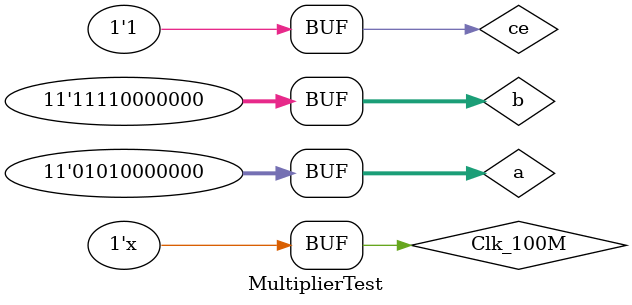
<source format=v>
`timescale 1ns / 1ps


module MultiplierTest;

	// Inputs
	reg Clk_100M;
	reg signed [10:0] a;
	reg signed[10:0] b;
	reg ce;
	// Outputs

	wire signed [21:0] p;

	// Instantiate the Unit Under Test (UUT)
	signed_multiplier uut (
		.clk(Clk_100M), 
		.a(a), 
		.b(b), 
		.ce(ce),
		.p(p)
	);
	always begin
	#5 Clk_100M = ~Clk_100M;
	end

	initial begin
		// Initialize Inputs
		Clk_100M=0;

		// Wait 100 ns for global reset to finish
		#100;
		ce<=1;
		a = 11'b010_10000000;
		b = 11'b111_10000000;
				
        
		// Add stimulus here

	end
      
endmodule


</source>
